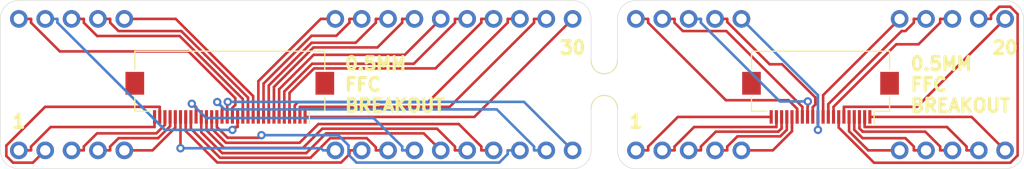
<source format=kicad_pcb>
(kicad_pcb (version 20171130) (host pcbnew 5.1.5+dfsg1-2build2)

  (general
    (thickness 1.6)
    (drawings 26)
    (tracks 303)
    (zones 0)
    (modules 13)
    (nets 51)
  )

  (page A4)
  (layers
    (0 F.Cu signal)
    (31 B.Cu signal)
    (32 B.Adhes user)
    (33 F.Adhes user)
    (34 B.Paste user)
    (35 F.Paste user)
    (36 B.SilkS user)
    (37 F.SilkS user)
    (38 B.Mask user)
    (39 F.Mask user)
    (40 Dwgs.User user)
    (41 Cmts.User user)
    (42 Eco1.User user)
    (43 Eco2.User user)
    (44 Edge.Cuts user)
    (45 Margin user)
    (46 B.CrtYd user)
    (47 F.CrtYd user)
    (48 B.Fab user)
    (49 F.Fab user)
  )

  (setup
    (last_trace_width 0.25)
    (user_trace_width 0.2)
    (trace_clearance 0.2)
    (zone_clearance 0.508)
    (zone_45_only no)
    (trace_min 0.2)
    (via_size 0.8)
    (via_drill 0.4)
    (via_min_size 0.3)
    (via_min_drill 0.3)
    (uvia_size 0.3)
    (uvia_drill 0.1)
    (uvias_allowed no)
    (uvia_min_size 0.2)
    (uvia_min_drill 0.1)
    (edge_width 0.05)
    (segment_width 0.2)
    (pcb_text_width 0.3)
    (pcb_text_size 1.5 1.5)
    (mod_edge_width 0.12)
    (mod_text_size 1 1)
    (mod_text_width 0.15)
    (pad_size 1.8 2.2)
    (pad_drill 0)
    (pad_to_mask_clearance 0.051)
    (solder_mask_min_width 0.25)
    (aux_axis_origin 0 0)
    (visible_elements FFFFFF7F)
    (pcbplotparams
      (layerselection 0x010fc_ffffffff)
      (usegerberextensions false)
      (usegerberattributes false)
      (usegerberadvancedattributes false)
      (creategerberjobfile false)
      (excludeedgelayer true)
      (linewidth 0.100000)
      (plotframeref false)
      (viasonmask false)
      (mode 1)
      (useauxorigin false)
      (hpglpennumber 1)
      (hpglpenspeed 20)
      (hpglpendiameter 15.000000)
      (psnegative false)
      (psa4output false)
      (plotreference true)
      (plotvalue true)
      (plotinvisibletext false)
      (padsonsilk false)
      (subtractmaskfromsilk false)
      (outputformat 1)
      (mirror false)
      (drillshape 0)
      (scaleselection 1)
      (outputdirectory "plot/"))
  )

  (net 0 "")
  (net 1 "Net-(J1-Pad15)")
  (net 2 "Net-(J1-Pad14)")
  (net 3 "Net-(J1-Pad13)")
  (net 4 "Net-(J1-Pad12)")
  (net 5 "Net-(J1-Pad11)")
  (net 6 "Net-(J1-Pad10)")
  (net 7 "Net-(J1-Pad9)")
  (net 8 "Net-(J1-Pad8)")
  (net 9 "Net-(J1-Pad7)")
  (net 10 "Net-(J1-Pad6)")
  (net 11 "Net-(J1-Pad5)")
  (net 12 "Net-(J1-Pad4)")
  (net 13 "Net-(J1-Pad3)")
  (net 14 "Net-(J1-Pad2)")
  (net 15 "Net-(J1-Pad1)")
  (net 16 "Net-(J1-Pad30)")
  (net 17 "Net-(J1-Pad29)")
  (net 18 "Net-(J1-Pad28)")
  (net 19 "Net-(J1-Pad27)")
  (net 20 "Net-(J1-Pad26)")
  (net 21 "Net-(J1-Pad25)")
  (net 22 "Net-(J1-Pad24)")
  (net 23 "Net-(J1-Pad23)")
  (net 24 "Net-(J1-Pad22)")
  (net 25 "Net-(J1-Pad21)")
  (net 26 "Net-(J1-Pad20)")
  (net 27 "Net-(J1-Pad19)")
  (net 28 "Net-(J1-Pad18)")
  (net 29 "Net-(J1-Pad17)")
  (net 30 "Net-(J1-Pad16)")
  (net 31 "Net-(J1P9-Pad5)")
  (net 32 "Net-(J1P9-Pad4)")
  (net 33 "Net-(J1P9-Pad3)")
  (net 34 "Net-(J1P9-Pad2)")
  (net 35 "Net-(J1P9-Pad1)")
  (net 36 "Net-(J1P10-Pad5)")
  (net 37 "Net-(J1P10-Pad4)")
  (net 38 "Net-(J1P10-Pad3)")
  (net 39 "Net-(J1P10-Pad2)")
  (net 40 "Net-(J1P10-Pad1)")
  (net 41 "Net-(J1P8-Pad5)")
  (net 42 "Net-(J1P8-Pad4)")
  (net 43 "Net-(J1P8-Pad3)")
  (net 44 "Net-(J1P8-Pad2)")
  (net 45 "Net-(J1P8-Pad1)")
  (net 46 "Net-(J1P7-Pad5)")
  (net 47 "Net-(J1P7-Pad4)")
  (net 48 "Net-(J1P7-Pad3)")
  (net 49 "Net-(J1P7-Pad2)")
  (net 50 "Net-(J1P7-Pad1)")

  (net_class Default "This is the default net class."
    (clearance 0.2)
    (trace_width 0.25)
    (via_dia 0.8)
    (via_drill 0.4)
    (uvia_dia 0.3)
    (uvia_drill 0.1)
    (add_net "Net-(J1-Pad1)")
    (add_net "Net-(J1-Pad10)")
    (add_net "Net-(J1-Pad11)")
    (add_net "Net-(J1-Pad12)")
    (add_net "Net-(J1-Pad13)")
    (add_net "Net-(J1-Pad14)")
    (add_net "Net-(J1-Pad15)")
    (add_net "Net-(J1-Pad16)")
    (add_net "Net-(J1-Pad17)")
    (add_net "Net-(J1-Pad18)")
    (add_net "Net-(J1-Pad19)")
    (add_net "Net-(J1-Pad2)")
    (add_net "Net-(J1-Pad20)")
    (add_net "Net-(J1-Pad21)")
    (add_net "Net-(J1-Pad22)")
    (add_net "Net-(J1-Pad23)")
    (add_net "Net-(J1-Pad24)")
    (add_net "Net-(J1-Pad25)")
    (add_net "Net-(J1-Pad26)")
    (add_net "Net-(J1-Pad27)")
    (add_net "Net-(J1-Pad28)")
    (add_net "Net-(J1-Pad29)")
    (add_net "Net-(J1-Pad3)")
    (add_net "Net-(J1-Pad30)")
    (add_net "Net-(J1-Pad4)")
    (add_net "Net-(J1-Pad5)")
    (add_net "Net-(J1-Pad6)")
    (add_net "Net-(J1-Pad7)")
    (add_net "Net-(J1-Pad8)")
    (add_net "Net-(J1-Pad9)")
    (add_net "Net-(J1P10-Pad1)")
    (add_net "Net-(J1P10-Pad2)")
    (add_net "Net-(J1P10-Pad3)")
    (add_net "Net-(J1P10-Pad4)")
    (add_net "Net-(J1P10-Pad5)")
    (add_net "Net-(J1P7-Pad1)")
    (add_net "Net-(J1P7-Pad2)")
    (add_net "Net-(J1P7-Pad3)")
    (add_net "Net-(J1P7-Pad4)")
    (add_net "Net-(J1P7-Pad5)")
    (add_net "Net-(J1P8-Pad1)")
    (add_net "Net-(J1P8-Pad2)")
    (add_net "Net-(J1P8-Pad3)")
    (add_net "Net-(J1P8-Pad4)")
    (add_net "Net-(J1P8-Pad5)")
    (add_net "Net-(J1P9-Pad1)")
    (add_net "Net-(J1P9-Pad2)")
    (add_net "Net-(J1P9-Pad3)")
    (add_net "Net-(J1P9-Pad4)")
    (add_net "Net-(J1P9-Pad5)")
  )

  (module custom_symbols:mouse-bite-2.54mm-slot (layer F.Cu) (tedit 551DB929) (tstamp 5F3D0BDD)
    (at 140.97 81.026 90)
    (fp_text reference mouse-bite-2.54mm-slot (at 0 -2 90) (layer F.SilkS) hide
      (effects (font (size 1 1) (thickness 0.2)))
    )
    (fp_text value VAL** (at 0 2.1 90) (layer F.SilkS) hide
      (effects (font (size 1 1) (thickness 0.2)))
    )
    (fp_arc (start -2.33 0) (end -2.33 1.27) (angle -180) (layer F.SilkS) (width 0.1))
    (fp_circle (center -2.33 0) (end -2.27 0) (layer Dwgs.User) (width 0.05))
    (fp_circle (center 2.33 0) (end 2.33 -0.06) (layer Dwgs.User) (width 0.05))
    (fp_arc (start 2.33 0) (end 2.33 1.27) (angle 180) (layer F.SilkS) (width 0.1))
    (fp_line (start 2.33 0) (end 2.33 0) (layer Eco1.User) (width 2.54))
    (fp_line (start -2.33 0) (end -2.33 0) (layer Eco1.User) (width 2.54))
    (pad "" np_thru_hole circle (at 0.8 1.1 90) (size 0.5 0.5) (drill 0.5) (layers *.Cu *.Mask))
    (pad "" np_thru_hole circle (at -0.8 1.1 90) (size 0.5 0.5) (drill 0.5) (layers *.Cu *.Mask))
    (pad "" np_thru_hole circle (at -0.8 -1.1 90) (size 0.5 0.5) (drill 0.5) (layers *.Cu *.Mask))
    (pad "" np_thru_hole circle (at 0.8 -1.1 90) (size 0.5 0.5) (drill 0.5) (layers *.Cu *.Mask))
    (pad "" np_thru_hole circle (at 0 1.1 90) (size 0.5 0.5) (drill 0.5) (layers *.Cu *.Mask))
    (pad "" np_thru_hole circle (at 0 -1.1 90) (size 0.5 0.5) (drill 0.5) (layers *.Cu *.Mask))
  )

  (module custom_symbols:PinHeader_1x05_P2.54mm_Vertical_Simple (layer F.Cu) (tedit 5EC67689) (tstamp 5EC66E2C)
    (at 154.178 74.676 270)
    (descr "Through hole straight pin header, 1x05, 2.54mm pitch, single row")
    (tags "Through hole pin header THT 1x05 2.54mm single row")
    (path /5ECA16B9)
    (fp_text reference J1P10 (at 2.794 0.508) (layer F.SilkS) hide
      (effects (font (size 1 1) (thickness 0.15)))
    )
    (fp_text value P11-15 (at 0 12.49 90) (layer F.Fab) hide
      (effects (font (size 1 1) (thickness 0.15)))
    )
    (fp_text user %R (at 0 5.08) (layer F.Fab) hide
      (effects (font (size 1 1) (thickness 0.15)))
    )
    (fp_line (start 1.8 -1.8) (end -1.8 -1.8) (layer F.CrtYd) (width 0.05))
    (fp_line (start 1.8 11.95) (end 1.8 -1.8) (layer F.CrtYd) (width 0.05))
    (fp_line (start -1.8 11.95) (end 1.8 11.95) (layer F.CrtYd) (width 0.05))
    (fp_line (start -1.8 -1.8) (end -1.8 11.95) (layer F.CrtYd) (width 0.05))
    (pad 5 thru_hole oval (at 0 10.16 270) (size 1.7 1.7) (drill 1) (layers *.Cu *.Mask)
      (net 36 "Net-(J1P10-Pad5)"))
    (pad 4 thru_hole oval (at 0 7.62 270) (size 1.7 1.7) (drill 1) (layers *.Cu *.Mask)
      (net 37 "Net-(J1P10-Pad4)"))
    (pad 3 thru_hole oval (at 0 5.08 270) (size 1.7 1.7) (drill 1) (layers *.Cu *.Mask)
      (net 38 "Net-(J1P10-Pad3)"))
    (pad 2 thru_hole oval (at 0 2.54 270) (size 1.7 1.7) (drill 1) (layers *.Cu *.Mask)
      (net 39 "Net-(J1P10-Pad2)"))
    (pad 1 thru_hole circle (at 0 0 270) (size 1.7 1.7) (drill 1) (layers *.Cu *.Mask)
      (net 40 "Net-(J1P10-Pad1)"))
  )

  (module custom_symbols:PinHeader_1x05_P2.54mm_Vertical_Simple (layer F.Cu) (tedit 5EC67689) (tstamp 5EC696A9)
    (at 154.178 87.376 270)
    (descr "Through hole straight pin header, 1x05, 2.54mm pitch, single row")
    (tags "Through hole pin header THT 1x05 2.54mm single row")
    (path /5ECA16BF)
    (fp_text reference J1P9 (at 2.794 0.508) (layer F.SilkS) hide
      (effects (font (size 1 1) (thickness 0.15)))
    )
    (fp_text value P16-20 (at 0 12.49 90) (layer F.Fab) hide
      (effects (font (size 1 1) (thickness 0.15)))
    )
    (fp_text user %R (at 0 5.08) (layer F.Fab) hide
      (effects (font (size 1 1) (thickness 0.15)))
    )
    (fp_line (start 1.8 -1.8) (end -1.8 -1.8) (layer F.CrtYd) (width 0.05))
    (fp_line (start 1.8 11.95) (end 1.8 -1.8) (layer F.CrtYd) (width 0.05))
    (fp_line (start -1.8 11.95) (end 1.8 11.95) (layer F.CrtYd) (width 0.05))
    (fp_line (start -1.8 -1.8) (end -1.8 11.95) (layer F.CrtYd) (width 0.05))
    (pad 5 thru_hole oval (at 0 10.16 270) (size 1.7 1.7) (drill 1) (layers *.Cu *.Mask)
      (net 31 "Net-(J1P9-Pad5)"))
    (pad 4 thru_hole oval (at 0 7.62 270) (size 1.7 1.7) (drill 1) (layers *.Cu *.Mask)
      (net 32 "Net-(J1P9-Pad4)"))
    (pad 3 thru_hole oval (at 0 5.08 270) (size 1.7 1.7) (drill 1) (layers *.Cu *.Mask)
      (net 33 "Net-(J1P9-Pad3)"))
    (pad 2 thru_hole oval (at 0 2.54 270) (size 1.7 1.7) (drill 1) (layers *.Cu *.Mask)
      (net 34 "Net-(J1P9-Pad2)"))
    (pad 1 thru_hole circle (at 0 0 270) (size 1.7 1.7) (drill 1) (layers *.Cu *.Mask)
      (net 35 "Net-(J1P9-Pad1)"))
  )

  (module custom_symbols:PinHeader_1x05_P2.54mm_Vertical_Simple (layer F.Cu) (tedit 5EC67689) (tstamp 5EC66DE6)
    (at 179.578 74.676 270)
    (descr "Through hole straight pin header, 1x05, 2.54mm pitch, single row")
    (tags "Through hole pin header THT 1x05 2.54mm single row")
    (path /5EC9B34B)
    (fp_text reference J1P8 (at 2.794 0.508) (layer F.SilkS) hide
      (effects (font (size 1 1) (thickness 0.15)))
    )
    (fp_text value P6-10 (at 0 12.49 90) (layer F.Fab) hide
      (effects (font (size 1 1) (thickness 0.15)))
    )
    (fp_text user %R (at 0 5.08) (layer F.Fab) hide
      (effects (font (size 1 1) (thickness 0.15)))
    )
    (fp_line (start 1.8 -1.8) (end -1.8 -1.8) (layer F.CrtYd) (width 0.05))
    (fp_line (start 1.8 11.95) (end 1.8 -1.8) (layer F.CrtYd) (width 0.05))
    (fp_line (start -1.8 11.95) (end 1.8 11.95) (layer F.CrtYd) (width 0.05))
    (fp_line (start -1.8 -1.8) (end -1.8 11.95) (layer F.CrtYd) (width 0.05))
    (pad 5 thru_hole oval (at 0 10.16 270) (size 1.7 1.7) (drill 1) (layers *.Cu *.Mask)
      (net 41 "Net-(J1P8-Pad5)"))
    (pad 4 thru_hole oval (at 0 7.62 270) (size 1.7 1.7) (drill 1) (layers *.Cu *.Mask)
      (net 42 "Net-(J1P8-Pad4)"))
    (pad 3 thru_hole oval (at 0 5.08 270) (size 1.7 1.7) (drill 1) (layers *.Cu *.Mask)
      (net 43 "Net-(J1P8-Pad3)"))
    (pad 2 thru_hole oval (at 0 2.54 270) (size 1.7 1.7) (drill 1) (layers *.Cu *.Mask)
      (net 44 "Net-(J1P8-Pad2)"))
    (pad 1 thru_hole circle (at 0 0 270) (size 1.7 1.7) (drill 1) (layers *.Cu *.Mask)
      (net 45 "Net-(J1P8-Pad1)"))
  )

  (module custom_symbols:PinHeader_1x05_P2.54mm_Vertical_Simple (layer F.Cu) (tedit 5EC67689) (tstamp 5EC695D1)
    (at 179.578 87.376 270)
    (descr "Through hole straight pin header, 1x05, 2.54mm pitch, single row")
    (tags "Through hole pin header THT 1x05 2.54mm single row")
    (path /5EC9B345)
    (fp_text reference J1P7 (at 2.794 0.508) (layer F.SilkS) hide
      (effects (font (size 1 1) (thickness 0.15)))
    )
    (fp_text value P1-5 (at 0 12.49 90) (layer F.Fab) hide
      (effects (font (size 1 1) (thickness 0.15)))
    )
    (fp_text user %R (at 0 5.08) (layer F.Fab) hide
      (effects (font (size 1 1) (thickness 0.15)))
    )
    (fp_line (start 1.8 -1.8) (end -1.8 -1.8) (layer F.CrtYd) (width 0.05))
    (fp_line (start 1.8 11.95) (end 1.8 -1.8) (layer F.CrtYd) (width 0.05))
    (fp_line (start -1.8 11.95) (end 1.8 11.95) (layer F.CrtYd) (width 0.05))
    (fp_line (start -1.8 -1.8) (end -1.8 11.95) (layer F.CrtYd) (width 0.05))
    (pad 5 thru_hole oval (at 0 10.16 270) (size 1.7 1.7) (drill 1) (layers *.Cu *.Mask)
      (net 46 "Net-(J1P7-Pad5)"))
    (pad 4 thru_hole oval (at 0 7.62 270) (size 1.7 1.7) (drill 1) (layers *.Cu *.Mask)
      (net 47 "Net-(J1P7-Pad4)"))
    (pad 3 thru_hole oval (at 0 5.08 270) (size 1.7 1.7) (drill 1) (layers *.Cu *.Mask)
      (net 48 "Net-(J1P7-Pad3)"))
    (pad 2 thru_hole oval (at 0 2.54 270) (size 1.7 1.7) (drill 1) (layers *.Cu *.Mask)
      (net 49 "Net-(J1P7-Pad2)"))
    (pad 1 thru_hole circle (at 0 0 270) (size 1.7 1.7) (drill 1) (layers *.Cu *.Mask)
      (net 50 "Net-(J1P7-Pad1)"))
  )

  (module custom_symbols:PinHeader_1x05_P2.54mm_Vertical_Simple (layer F.Cu) (tedit 5EC67689) (tstamp 5EC69619)
    (at 137.922 87.376 270)
    (descr "Through hole straight pin header, 1x05, 2.54mm pitch, single row")
    (tags "Through hole pin header THT 1x05 2.54mm single row")
    (path /5EC94131)
    (fp_text reference J1P6 (at 2.794 0.508) (layer F.SilkS) hide
      (effects (font (size 1 1) (thickness 0.15)))
    )
    (fp_text value P16-20 (at 0 12.49 90) (layer F.Fab) hide
      (effects (font (size 1 1) (thickness 0.15)))
    )
    (fp_text user %R (at 0 5.08) (layer F.Fab) hide
      (effects (font (size 1 1) (thickness 0.15)))
    )
    (fp_line (start 1.8 -1.8) (end -1.8 -1.8) (layer F.CrtYd) (width 0.05))
    (fp_line (start 1.8 11.95) (end 1.8 -1.8) (layer F.CrtYd) (width 0.05))
    (fp_line (start -1.8 11.95) (end 1.8 11.95) (layer F.CrtYd) (width 0.05))
    (fp_line (start -1.8 -1.8) (end -1.8 11.95) (layer F.CrtYd) (width 0.05))
    (pad 5 thru_hole oval (at 0 10.16 270) (size 1.7 1.7) (drill 1) (layers *.Cu *.Mask)
      (net 26 "Net-(J1-Pad20)"))
    (pad 4 thru_hole oval (at 0 7.62 270) (size 1.7 1.7) (drill 1) (layers *.Cu *.Mask)
      (net 27 "Net-(J1-Pad19)"))
    (pad 3 thru_hole oval (at 0 5.08 270) (size 1.7 1.7) (drill 1) (layers *.Cu *.Mask)
      (net 28 "Net-(J1-Pad18)"))
    (pad 2 thru_hole oval (at 0 2.54 270) (size 1.7 1.7) (drill 1) (layers *.Cu *.Mask)
      (net 29 "Net-(J1-Pad17)"))
    (pad 1 thru_hole circle (at 0 0 270) (size 1.7 1.7) (drill 1) (layers *.Cu *.Mask)
      (net 30 "Net-(J1-Pad16)"))
  )

  (module custom_symbols:PinHeader_1x05_P2.54mm_Vertical_Simple (layer F.Cu) (tedit 5EC67689) (tstamp 5EC69661)
    (at 125.222 87.376 270)
    (descr "Through hole straight pin header, 1x05, 2.54mm pitch, single row")
    (tags "Through hole pin header THT 1x05 2.54mm single row")
    (path /5EC94137)
    (fp_text reference J1P5 (at 2.794 0.508) (layer F.SilkS) hide
      (effects (font (size 1 1) (thickness 0.15)))
    )
    (fp_text value P21-25 (at 0 12.49 90) (layer F.Fab) hide
      (effects (font (size 1 1) (thickness 0.15)))
    )
    (fp_text user %R (at 0 5.08) (layer F.Fab) hide
      (effects (font (size 1 1) (thickness 0.15)))
    )
    (fp_line (start 1.8 -1.8) (end -1.8 -1.8) (layer F.CrtYd) (width 0.05))
    (fp_line (start 1.8 11.95) (end 1.8 -1.8) (layer F.CrtYd) (width 0.05))
    (fp_line (start -1.8 11.95) (end 1.8 11.95) (layer F.CrtYd) (width 0.05))
    (fp_line (start -1.8 -1.8) (end -1.8 11.95) (layer F.CrtYd) (width 0.05))
    (pad 5 thru_hole oval (at 0 10.16 270) (size 1.7 1.7) (drill 1) (layers *.Cu *.Mask)
      (net 21 "Net-(J1-Pad25)"))
    (pad 4 thru_hole oval (at 0 7.62 270) (size 1.7 1.7) (drill 1) (layers *.Cu *.Mask)
      (net 22 "Net-(J1-Pad24)"))
    (pad 3 thru_hole oval (at 0 5.08 270) (size 1.7 1.7) (drill 1) (layers *.Cu *.Mask)
      (net 23 "Net-(J1-Pad23)"))
    (pad 2 thru_hole oval (at 0 2.54 270) (size 1.7 1.7) (drill 1) (layers *.Cu *.Mask)
      (net 24 "Net-(J1-Pad22)"))
    (pad 1 thru_hole circle (at 0 0 270) (size 1.7 1.7) (drill 1) (layers *.Cu *.Mask)
      (net 25 "Net-(J1-Pad21)"))
  )

  (module custom_symbols:PinHeader_1x05_P2.54mm_Vertical_Simple (layer F.Cu) (tedit 5EC67689) (tstamp 5EC66D5A)
    (at 94.742 87.376 270)
    (descr "Through hole straight pin header, 1x05, 2.54mm pitch, single row")
    (tags "Through hole pin header THT 1x05 2.54mm single row")
    (path /5EC9413D)
    (fp_text reference J1P4 (at 2.794 0.508) (layer F.SilkS) hide
      (effects (font (size 1 1) (thickness 0.15)))
    )
    (fp_text value P21-30 (at 0 12.49 90) (layer F.Fab) hide
      (effects (font (size 1 1) (thickness 0.15)))
    )
    (fp_text user %R (at 0 5.08) (layer F.Fab) hide
      (effects (font (size 1 1) (thickness 0.15)))
    )
    (fp_line (start 1.8 -1.8) (end -1.8 -1.8) (layer F.CrtYd) (width 0.05))
    (fp_line (start 1.8 11.95) (end 1.8 -1.8) (layer F.CrtYd) (width 0.05))
    (fp_line (start -1.8 11.95) (end 1.8 11.95) (layer F.CrtYd) (width 0.05))
    (fp_line (start -1.8 -1.8) (end -1.8 11.95) (layer F.CrtYd) (width 0.05))
    (pad 5 thru_hole oval (at 0 10.16 270) (size 1.7 1.7) (drill 1) (layers *.Cu *.Mask)
      (net 16 "Net-(J1-Pad30)"))
    (pad 4 thru_hole oval (at 0 7.62 270) (size 1.7 1.7) (drill 1) (layers *.Cu *.Mask)
      (net 17 "Net-(J1-Pad29)"))
    (pad 3 thru_hole oval (at 0 5.08 270) (size 1.7 1.7) (drill 1) (layers *.Cu *.Mask)
      (net 18 "Net-(J1-Pad28)"))
    (pad 2 thru_hole oval (at 0 2.54 270) (size 1.7 1.7) (drill 1) (layers *.Cu *.Mask)
      (net 19 "Net-(J1-Pad27)"))
    (pad 1 thru_hole circle (at 0 0 270) (size 1.7 1.7) (drill 1) (layers *.Cu *.Mask)
      (net 20 "Net-(J1-Pad26)"))
  )

  (module custom_symbols:PinHeader_1x05_P2.54mm_Vertical_Simple (layer F.Cu) (tedit 5EC67689) (tstamp 5EC67B65)
    (at 94.742 74.676 270)
    (descr "Through hole straight pin header, 1x05, 2.54mm pitch, single row")
    (tags "Through hole pin header THT 1x05 2.54mm single row")
    (path /5EC8D57C)
    (fp_text reference J1P3 (at 2.794 0.508) (layer F.SilkS) hide
      (effects (font (size 1 1) (thickness 0.15)))
    )
    (fp_text value P11-15 (at 0 12.49 90) (layer F.Fab) hide
      (effects (font (size 1 1) (thickness 0.15)))
    )
    (fp_text user %R (at 0 5.08) (layer F.Fab) hide
      (effects (font (size 1 1) (thickness 0.15)))
    )
    (fp_line (start 1.8 -1.8) (end -1.8 -1.8) (layer F.CrtYd) (width 0.05))
    (fp_line (start 1.8 11.95) (end 1.8 -1.8) (layer F.CrtYd) (width 0.05))
    (fp_line (start -1.8 11.95) (end 1.8 11.95) (layer F.CrtYd) (width 0.05))
    (fp_line (start -1.8 -1.8) (end -1.8 11.95) (layer F.CrtYd) (width 0.05))
    (pad 5 thru_hole oval (at 0 10.16 270) (size 1.7 1.7) (drill 1) (layers *.Cu *.Mask)
      (net 1 "Net-(J1-Pad15)"))
    (pad 4 thru_hole oval (at 0 7.62 270) (size 1.7 1.7) (drill 1) (layers *.Cu *.Mask)
      (net 2 "Net-(J1-Pad14)"))
    (pad 3 thru_hole oval (at 0 5.08 270) (size 1.7 1.7) (drill 1) (layers *.Cu *.Mask)
      (net 3 "Net-(J1-Pad13)"))
    (pad 2 thru_hole oval (at 0 2.54 270) (size 1.7 1.7) (drill 1) (layers *.Cu *.Mask)
      (net 4 "Net-(J1-Pad12)"))
    (pad 1 thru_hole circle (at 0 0 270) (size 1.7 1.7) (drill 1) (layers *.Cu *.Mask)
      (net 5 "Net-(J1-Pad11)"))
  )

  (module custom_symbols:PinHeader_1x05_P2.54mm_Vertical_Simple (layer F.Cu) (tedit 5EC67689) (tstamp 5EC68BA5)
    (at 125.222 74.676 270)
    (descr "Through hole straight pin header, 1x05, 2.54mm pitch, single row")
    (tags "Through hole pin header THT 1x05 2.54mm single row")
    (path /5EC8CD34)
    (fp_text reference J1P2 (at 2.794 0.508) (layer F.SilkS) hide
      (effects (font (size 1 1) (thickness 0.15)))
    )
    (fp_text value P6-10 (at 0 12.49 90) (layer F.Fab) hide
      (effects (font (size 1 1) (thickness 0.15)))
    )
    (fp_text user %R (at 0 5.08) (layer F.Fab) hide
      (effects (font (size 1 1) (thickness 0.15)))
    )
    (fp_line (start 1.8 -1.8) (end -1.8 -1.8) (layer F.CrtYd) (width 0.05))
    (fp_line (start 1.8 11.95) (end 1.8 -1.8) (layer F.CrtYd) (width 0.05))
    (fp_line (start -1.8 11.95) (end 1.8 11.95) (layer F.CrtYd) (width 0.05))
    (fp_line (start -1.8 -1.8) (end -1.8 11.95) (layer F.CrtYd) (width 0.05))
    (pad 5 thru_hole oval (at 0 10.16 270) (size 1.7 1.7) (drill 1) (layers *.Cu *.Mask)
      (net 6 "Net-(J1-Pad10)"))
    (pad 4 thru_hole oval (at 0 7.62 270) (size 1.7 1.7) (drill 1) (layers *.Cu *.Mask)
      (net 7 "Net-(J1-Pad9)"))
    (pad 3 thru_hole oval (at 0 5.08 270) (size 1.7 1.7) (drill 1) (layers *.Cu *.Mask)
      (net 8 "Net-(J1-Pad8)"))
    (pad 2 thru_hole oval (at 0 2.54 270) (size 1.7 1.7) (drill 1) (layers *.Cu *.Mask)
      (net 9 "Net-(J1-Pad7)"))
    (pad 1 thru_hole circle (at 0 0 270) (size 1.7 1.7) (drill 1) (layers *.Cu *.Mask)
      (net 10 "Net-(J1-Pad6)"))
  )

  (module custom_symbols:PinHeader_1x05_P2.54mm_Vertical_Simple (layer F.Cu) (tedit 5EC67689) (tstamp 5EC65839)
    (at 137.922 74.676 270)
    (descr "Through hole straight pin header, 1x05, 2.54mm pitch, single row")
    (tags "Through hole pin header THT 1x05 2.54mm single row")
    (path /5EC714E0)
    (fp_text reference J1P1 (at 2.794 0.508) (layer F.SilkS) hide
      (effects (font (size 1 1) (thickness 0.15)))
    )
    (fp_text value P1-5 (at 0 12.49 90) (layer F.Fab) hide
      (effects (font (size 1 1) (thickness 0.15)))
    )
    (fp_text user %R (at 0 5.08) (layer F.Fab) hide
      (effects (font (size 1 1) (thickness 0.15)))
    )
    (fp_line (start 1.8 -1.8) (end -1.8 -1.8) (layer F.CrtYd) (width 0.05))
    (fp_line (start 1.8 11.95) (end 1.8 -1.8) (layer F.CrtYd) (width 0.05))
    (fp_line (start -1.8 11.95) (end 1.8 11.95) (layer F.CrtYd) (width 0.05))
    (fp_line (start -1.8 -1.8) (end -1.8 11.95) (layer F.CrtYd) (width 0.05))
    (pad 5 thru_hole oval (at 0 10.16 270) (size 1.7 1.7) (drill 1) (layers *.Cu *.Mask)
      (net 11 "Net-(J1-Pad5)"))
    (pad 4 thru_hole oval (at 0 7.62 270) (size 1.7 1.7) (drill 1) (layers *.Cu *.Mask)
      (net 12 "Net-(J1-Pad4)"))
    (pad 3 thru_hole oval (at 0 5.08 270) (size 1.7 1.7) (drill 1) (layers *.Cu *.Mask)
      (net 13 "Net-(J1-Pad3)"))
    (pad 2 thru_hole oval (at 0 2.54 270) (size 1.7 1.7) (drill 1) (layers *.Cu *.Mask)
      (net 14 "Net-(J1-Pad2)"))
    (pad 1 thru_hole circle (at 0 0 270) (size 1.7 1.7) (drill 1) (layers *.Cu *.Mask)
      (net 15 "Net-(J1-Pad1)"))
  )

  (module Connector_FFC-FPC:Hirose_FH12-20S-0.5SH_1x20-1MP_P0.50mm_Horizontal (layer F.Cu) (tedit 5EB55E4B) (tstamp 5EC66916)
    (at 161.798 82.296 180)
    (descr "Hirose FH12, FFC/FPC connector, FH12-20S-0.5SH, 20 Pins per row (https://www.hirose.com/product/en/products/FH12/FH12-24S-0.5SH(55)/), generated with kicad-footprint-generator")
    (tags "connector Hirose FH12 horizontal")
    (path /5EB8DD98)
    (attr smd)
    (fp_text reference J2 (at 0 -3.7) (layer F.SilkS) hide
      (effects (font (size 1 1) (thickness 0.15)))
    )
    (fp_text value Display_Connector (at 0 3.556) (layer F.SilkS) hide
      (effects (font (size 1 1) (thickness 0.15)))
    )
    (fp_text user %R (at 0 3.7) (layer F.SilkS) hide
      (effects (font (size 1 1) (thickness 0.15)))
    )
    (fp_line (start 8.05 -3) (end -8.05 -3) (layer F.CrtYd) (width 0.05))
    (fp_line (start 8.05 4.9) (end 8.05 -3) (layer F.CrtYd) (width 0.05))
    (fp_line (start -8.05 4.9) (end 8.05 4.9) (layer F.CrtYd) (width 0.05))
    (fp_line (start -8.05 -3) (end -8.05 4.9) (layer F.CrtYd) (width 0.05))
    (fp_line (start -4.75 -0.492893) (end -4.25 -1.2) (layer F.Fab) (width 0.1))
    (fp_line (start -5.25 -1.2) (end -4.75 -0.492893) (layer F.Fab) (width 0.1))
    (fp_line (start -5.16 -1.3) (end -5.16 -2.5) (layer F.SilkS) (width 0.12))
    (fp_line (start 6.65 4.5) (end 6.65 2.76) (layer F.SilkS) (width 0.12))
    (fp_line (start -6.65 4.5) (end 6.65 4.5) (layer F.SilkS) (width 0.12))
    (fp_line (start -6.65 2.76) (end -6.65 4.5) (layer F.SilkS) (width 0.12))
    (fp_line (start 6.65 -1.3) (end 6.65 0.04) (layer F.SilkS) (width 0.12))
    (fp_line (start 5.16 -1.3) (end 6.65 -1.3) (layer F.SilkS) (width 0.12))
    (fp_line (start -6.65 -1.3) (end -6.65 0.04) (layer F.SilkS) (width 0.12))
    (fp_line (start -5.16 -1.3) (end -6.65 -1.3) (layer F.SilkS) (width 0.12))
    (fp_line (start 6.45 4.4) (end 0 4.4) (layer F.Fab) (width 0.1))
    (fp_line (start 6.45 3.7) (end 6.45 4.4) (layer F.Fab) (width 0.1))
    (fp_line (start 5.95 3.7) (end 6.45 3.7) (layer F.Fab) (width 0.1))
    (fp_line (start 5.95 3.4) (end 5.95 3.7) (layer F.Fab) (width 0.1))
    (fp_line (start 6.55 3.4) (end 5.95 3.4) (layer F.Fab) (width 0.1))
    (fp_line (start 6.55 -1.2) (end 6.55 3.4) (layer F.Fab) (width 0.1))
    (fp_line (start 0 -1.2) (end 6.55 -1.2) (layer F.Fab) (width 0.1))
    (fp_line (start -6.45 4.4) (end 0 4.4) (layer F.Fab) (width 0.1))
    (fp_line (start -6.45 3.7) (end -6.45 4.4) (layer F.Fab) (width 0.1))
    (fp_line (start -5.95 3.7) (end -6.45 3.7) (layer F.Fab) (width 0.1))
    (fp_line (start -5.95 3.4) (end -5.95 3.7) (layer F.Fab) (width 0.1))
    (fp_line (start -6.55 3.4) (end -5.95 3.4) (layer F.Fab) (width 0.1))
    (fp_line (start -6.55 -1.2) (end -6.55 3.4) (layer F.Fab) (width 0.1))
    (fp_line (start 0 -1.2) (end -6.55 -1.2) (layer F.Fab) (width 0.1))
    (pad 20 smd rect (at 4.75 -1.85 180) (size 0.3 1.3) (layers F.Cu F.Paste F.Mask)
      (net 31 "Net-(J1P9-Pad5)"))
    (pad 19 smd rect (at 4.25 -1.85 180) (size 0.3 1.3) (layers F.Cu F.Paste F.Mask)
      (net 32 "Net-(J1P9-Pad4)"))
    (pad 18 smd rect (at 3.75 -1.85 180) (size 0.3 1.3) (layers F.Cu F.Paste F.Mask)
      (net 33 "Net-(J1P9-Pad3)"))
    (pad 17 smd rect (at 3.25 -1.85 180) (size 0.3 1.3) (layers F.Cu F.Paste F.Mask)
      (net 34 "Net-(J1P9-Pad2)"))
    (pad 16 smd rect (at 2.75 -1.85 180) (size 0.3 1.3) (layers F.Cu F.Paste F.Mask)
      (net 35 "Net-(J1P9-Pad1)"))
    (pad 15 smd rect (at 2.25 -1.85 180) (size 0.3 1.3) (layers F.Cu F.Paste F.Mask)
      (net 36 "Net-(J1P10-Pad5)"))
    (pad 14 smd rect (at 1.75 -1.85 180) (size 0.3 1.3) (layers F.Cu F.Paste F.Mask)
      (net 37 "Net-(J1P10-Pad4)"))
    (pad 13 smd rect (at 1.25 -1.85 180) (size 0.3 1.3) (layers F.Cu F.Paste F.Mask)
      (net 38 "Net-(J1P10-Pad3)"))
    (pad 12 smd rect (at 0.75 -1.85 180) (size 0.3 1.3) (layers F.Cu F.Paste F.Mask)
      (net 39 "Net-(J1P10-Pad2)"))
    (pad 11 smd rect (at 0.25 -1.85 180) (size 0.3 1.3) (layers F.Cu F.Paste F.Mask)
      (net 40 "Net-(J1P10-Pad1)"))
    (pad 10 smd rect (at -0.25 -1.85 180) (size 0.3 1.3) (layers F.Cu F.Paste F.Mask)
      (net 41 "Net-(J1P8-Pad5)"))
    (pad 9 smd rect (at -0.75 -1.85 180) (size 0.3 1.3) (layers F.Cu F.Paste F.Mask)
      (net 42 "Net-(J1P8-Pad4)"))
    (pad 8 smd rect (at -1.25 -1.85 180) (size 0.3 1.3) (layers F.Cu F.Paste F.Mask)
      (net 43 "Net-(J1P8-Pad3)"))
    (pad 7 smd rect (at -1.75 -1.85 180) (size 0.3 1.3) (layers F.Cu F.Paste F.Mask)
      (net 44 "Net-(J1P8-Pad2)"))
    (pad 6 smd rect (at -2.25 -1.85 180) (size 0.3 1.3) (layers F.Cu F.Paste F.Mask)
      (net 45 "Net-(J1P8-Pad1)"))
    (pad 5 smd rect (at -2.75 -1.85 180) (size 0.3 1.3) (layers F.Cu F.Paste F.Mask)
      (net 46 "Net-(J1P7-Pad5)"))
    (pad 4 smd rect (at -3.25 -1.85 180) (size 0.3 1.3) (layers F.Cu F.Paste F.Mask)
      (net 47 "Net-(J1P7-Pad4)"))
    (pad 3 smd rect (at -3.75 -1.85 180) (size 0.3 1.3) (layers F.Cu F.Paste F.Mask)
      (net 48 "Net-(J1P7-Pad3)"))
    (pad 2 smd rect (at -4.25 -1.85 180) (size 0.3 1.3) (layers F.Cu F.Paste F.Mask)
      (net 49 "Net-(J1P7-Pad2)"))
    (pad 1 smd rect (at -4.75 -1.85 180) (size 0.3 1.3) (layers F.Cu F.Paste F.Mask)
      (net 50 "Net-(J1P7-Pad1)"))
    (pad MP smd rect (at -6.65 1.4 180) (size 1.8 2.2) (layers F.Cu F.Paste F.Mask))
    (pad MP smd rect (at 6.65 1.4 180) (size 1.8 2.2) (layers F.Cu F.Paste F.Mask))
    (model ${KISYS3DMOD}/Connector_FFC-FPC.3dshapes/Hirose_FH12-20S-0.5SH_1x20-1MP_P0.50mm_Horizontal.wrl
      (at (xyz 0 0 0))
      (scale (xyz 1 1 1))
      (rotate (xyz 0 0 0))
    )
  )

  (module Connector_FFC-FPC:Hirose_FH12-30S-0.5SH_1x30-1MP_P0.50mm_Horizontal (layer F.Cu) (tedit 5D24667B) (tstamp 5EBA90AC)
    (at 104.902 82.296 180)
    (descr "Hirose FH12, FFC/FPC connector, FH12-30S-0.5SH, 30 Pins per row (https://www.hirose.com/product/en/products/FH12/FH12-24S-0.5SH(55)/), generated with kicad-footprint-generator")
    (tags "connector Hirose FH12 horizontal")
    (path /5EB5BB1D)
    (attr smd)
    (fp_text reference J1 (at 0 -3.7) (layer F.SilkS) hide
      (effects (font (size 1 1) (thickness 0.15)))
    )
    (fp_text value Controls_Connector (at 0 5.6) (layer F.SilkS) hide
      (effects (font (size 1 1) (thickness 0.15)))
    )
    (fp_text user %R (at 0 3.7) (layer F.SilkS) hide
      (effects (font (size 1 1) (thickness 0.15)))
    )
    (fp_line (start 10.55 -3) (end -10.55 -3) (layer F.CrtYd) (width 0.05))
    (fp_line (start 10.55 4.9) (end 10.55 -3) (layer F.CrtYd) (width 0.05))
    (fp_line (start -10.55 4.9) (end 10.55 4.9) (layer F.CrtYd) (width 0.05))
    (fp_line (start -10.55 -3) (end -10.55 4.9) (layer F.CrtYd) (width 0.05))
    (fp_line (start -7.25 -0.492893) (end -6.75 -1.2) (layer F.Fab) (width 0.1))
    (fp_line (start -7.75 -1.2) (end -7.25 -0.492893) (layer F.Fab) (width 0.1))
    (fp_line (start -7.66 -1.3) (end -7.66 -2.5) (layer F.SilkS) (width 0.12))
    (fp_line (start 9.15 4.5) (end 9.15 2.76) (layer F.SilkS) (width 0.12))
    (fp_line (start -9.15 4.5) (end 9.15 4.5) (layer F.SilkS) (width 0.12))
    (fp_line (start -9.15 2.76) (end -9.15 4.5) (layer F.SilkS) (width 0.12))
    (fp_line (start 9.15 -1.3) (end 9.15 0.04) (layer F.SilkS) (width 0.12))
    (fp_line (start 7.66 -1.3) (end 9.15 -1.3) (layer F.SilkS) (width 0.12))
    (fp_line (start -9.15 -1.3) (end -9.15 0.04) (layer F.SilkS) (width 0.12))
    (fp_line (start -7.66 -1.3) (end -9.15 -1.3) (layer F.SilkS) (width 0.12))
    (fp_line (start 8.95 4.4) (end 0 4.4) (layer F.Fab) (width 0.1))
    (fp_line (start 8.95 3.7) (end 8.95 4.4) (layer F.Fab) (width 0.1))
    (fp_line (start 8.45 3.7) (end 8.95 3.7) (layer F.Fab) (width 0.1))
    (fp_line (start 8.45 3.4) (end 8.45 3.7) (layer F.Fab) (width 0.1))
    (fp_line (start 9.05 3.4) (end 8.45 3.4) (layer F.Fab) (width 0.1))
    (fp_line (start 9.05 -1.2) (end 9.05 3.4) (layer F.Fab) (width 0.1))
    (fp_line (start 0 -1.2) (end 9.05 -1.2) (layer F.Fab) (width 0.1))
    (fp_line (start -8.95 4.4) (end 0 4.4) (layer F.Fab) (width 0.1))
    (fp_line (start -8.95 3.7) (end -8.95 4.4) (layer F.Fab) (width 0.1))
    (fp_line (start -8.45 3.7) (end -8.95 3.7) (layer F.Fab) (width 0.1))
    (fp_line (start -8.45 3.4) (end -8.45 3.7) (layer F.Fab) (width 0.1))
    (fp_line (start -9.05 3.4) (end -8.45 3.4) (layer F.Fab) (width 0.1))
    (fp_line (start -9.05 -1.2) (end -9.05 3.4) (layer F.Fab) (width 0.1))
    (fp_line (start 0 -1.2) (end -9.05 -1.2) (layer F.Fab) (width 0.1))
    (pad 30 smd rect (at 7.25 -1.85 180) (size 0.3 1.3) (layers F.Cu F.Paste F.Mask)
      (net 16 "Net-(J1-Pad30)"))
    (pad 29 smd rect (at 6.75 -1.85 180) (size 0.3 1.3) (layers F.Cu F.Paste F.Mask)
      (net 17 "Net-(J1-Pad29)"))
    (pad 28 smd rect (at 6.25 -1.85 180) (size 0.3 1.3) (layers F.Cu F.Paste F.Mask)
      (net 18 "Net-(J1-Pad28)"))
    (pad 27 smd rect (at 5.75 -1.85 180) (size 0.3 1.3) (layers F.Cu F.Paste F.Mask)
      (net 19 "Net-(J1-Pad27)"))
    (pad 26 smd rect (at 5.25 -1.85 180) (size 0.3 1.3) (layers F.Cu F.Paste F.Mask)
      (net 20 "Net-(J1-Pad26)"))
    (pad 25 smd rect (at 4.75 -1.85 180) (size 0.3 1.3) (layers F.Cu F.Paste F.Mask)
      (net 21 "Net-(J1-Pad25)"))
    (pad 24 smd rect (at 4.25 -1.85 180) (size 0.3 1.3) (layers F.Cu F.Paste F.Mask)
      (net 22 "Net-(J1-Pad24)"))
    (pad 23 smd rect (at 3.75 -1.85 180) (size 0.3 1.3) (layers F.Cu F.Paste F.Mask)
      (net 23 "Net-(J1-Pad23)"))
    (pad 22 smd rect (at 3.25 -1.85 180) (size 0.3 1.3) (layers F.Cu F.Paste F.Mask)
      (net 24 "Net-(J1-Pad22)"))
    (pad 21 smd rect (at 2.75 -1.85 180) (size 0.3 1.3) (layers F.Cu F.Paste F.Mask)
      (net 25 "Net-(J1-Pad21)"))
    (pad 20 smd rect (at 2.25 -1.85 180) (size 0.3 1.3) (layers F.Cu F.Paste F.Mask)
      (net 26 "Net-(J1-Pad20)"))
    (pad 19 smd rect (at 1.75 -1.85 180) (size 0.3 1.3) (layers F.Cu F.Paste F.Mask)
      (net 27 "Net-(J1-Pad19)"))
    (pad 18 smd rect (at 1.25 -1.85 180) (size 0.3 1.3) (layers F.Cu F.Paste F.Mask)
      (net 28 "Net-(J1-Pad18)"))
    (pad 17 smd rect (at 0.75 -1.85 180) (size 0.3 1.3) (layers F.Cu F.Paste F.Mask)
      (net 29 "Net-(J1-Pad17)"))
    (pad 16 smd rect (at 0.25 -1.85 180) (size 0.3 1.3) (layers F.Cu F.Paste F.Mask)
      (net 30 "Net-(J1-Pad16)"))
    (pad 15 smd rect (at -0.25 -1.85 180) (size 0.3 1.3) (layers F.Cu F.Paste F.Mask)
      (net 1 "Net-(J1-Pad15)"))
    (pad 14 smd rect (at -0.75 -1.85 180) (size 0.3 1.3) (layers F.Cu F.Paste F.Mask)
      (net 2 "Net-(J1-Pad14)"))
    (pad 13 smd rect (at -1.25 -1.85 180) (size 0.3 1.3) (layers F.Cu F.Paste F.Mask)
      (net 3 "Net-(J1-Pad13)"))
    (pad 12 smd rect (at -1.75 -1.85 180) (size 0.3 1.3) (layers F.Cu F.Paste F.Mask)
      (net 4 "Net-(J1-Pad12)"))
    (pad 11 smd rect (at -2.25 -1.85 180) (size 0.3 1.3) (layers F.Cu F.Paste F.Mask)
      (net 5 "Net-(J1-Pad11)"))
    (pad 10 smd rect (at -2.75 -1.85 180) (size 0.3 1.3) (layers F.Cu F.Paste F.Mask)
      (net 6 "Net-(J1-Pad10)"))
    (pad 9 smd rect (at -3.25 -1.85 180) (size 0.3 1.3) (layers F.Cu F.Paste F.Mask)
      (net 7 "Net-(J1-Pad9)"))
    (pad 8 smd rect (at -3.75 -1.85 180) (size 0.3 1.3) (layers F.Cu F.Paste F.Mask)
      (net 8 "Net-(J1-Pad8)"))
    (pad 7 smd rect (at -4.25 -1.85 180) (size 0.3 1.3) (layers F.Cu F.Paste F.Mask)
      (net 9 "Net-(J1-Pad7)"))
    (pad 6 smd rect (at -4.75 -1.85 180) (size 0.3 1.3) (layers F.Cu F.Paste F.Mask)
      (net 10 "Net-(J1-Pad6)"))
    (pad 5 smd rect (at -5.25 -1.85 180) (size 0.3 1.3) (layers F.Cu F.Paste F.Mask)
      (net 11 "Net-(J1-Pad5)"))
    (pad 4 smd rect (at -5.75 -1.85 180) (size 0.3 1.3) (layers F.Cu F.Paste F.Mask)
      (net 12 "Net-(J1-Pad4)"))
    (pad 3 smd rect (at -6.25 -1.85 180) (size 0.3 1.3) (layers F.Cu F.Paste F.Mask)
      (net 13 "Net-(J1-Pad3)"))
    (pad 2 smd rect (at -6.75 -1.85 180) (size 0.3 1.3) (layers F.Cu F.Paste F.Mask)
      (net 14 "Net-(J1-Pad2)"))
    (pad 1 smd rect (at -7.25 -1.85 180) (size 0.3 1.3) (layers F.Cu F.Paste F.Mask)
      (net 15 "Net-(J1-Pad1)"))
    (pad MP smd rect (at -9.15 1.4 180) (size 1.8 2.2) (layers F.Cu F.Paste F.Mask))
    (pad MP smd rect (at 9.15 1.4 180) (size 1.8 2.2) (layers F.Cu F.Paste F.Mask))
    (model ${KISYS3DMOD}/Connector_FFC-FPC.3dshapes/Hirose_FH12-30S-0.5SH_1x30-1MP_P0.50mm_Horizontal.wrl
      (at (xyz 0 0 0))
      (scale (xyz 1 1 1))
      (rotate (xyz 0 0 0))
    )
  )

  (gr_arc (start 140.97 78.724) (end 139.7 78.724) (angle -180) (layer Edge.Cuts) (width 0.05) (tstamp 5F3D0EB4))
  (gr_arc (start 140.97 83.312) (end 142.24 83.312) (angle -180) (layer Edge.Cuts) (width 0.05))
  (gr_line (start 142.24 78.724) (end 142.24 74.676) (layer Edge.Cuts) (width 0.05) (tstamp 5F3D0AD1))
  (gr_line (start 139.7 74.676) (end 139.7 78.724) (layer Edge.Cuts) (width 0.05) (tstamp 5F3D0AD0))
  (gr_line (start 139.7 87.376) (end 139.7 83.312) (layer Edge.Cuts) (width 0.05) (tstamp 5F3D0ACF))
  (gr_line (start 142.24 83.312) (end 142.24 87.376) (layer Edge.Cuts) (width 0.05) (tstamp 5F3D0ACE))
  (gr_line (start 144.018 89.154) (end 179.578 89.154) (layer Edge.Cuts) (width 0.05) (tstamp 5EC718E2))
  (gr_line (start 179.578 72.898) (end 144.018 72.898) (layer Edge.Cuts) (width 0.05) (tstamp 5EC718E1))
  (gr_line (start 84.582 89.154) (end 137.922 89.154) (layer Edge.Cuts) (width 0.05) (tstamp 5EC71805))
  (gr_line (start 137.922 72.898) (end 84.582 72.898) (layer Edge.Cuts) (width 0.05) (tstamp 5EC71804))
  (gr_text "0.5MM\nFFC\nBREAKOUT" (at 115.824 81.026) (layer F.SilkS) (tstamp 5EC71430)
    (effects (font (size 1.25 1.25) (thickness 0.3125)) (justify left))
  )
  (gr_text "0.5MM\nFFC\nBREAKOUT" (at 170.307 81.026) (layer F.SilkS) (tstamp 5EC71421)
    (effects (font (size 1.25 1.25) (thickness 0.3125)) (justify left))
  )
  (gr_arc (start 137.922 87.376) (end 137.922 89.154) (angle -90) (layer Edge.Cuts) (width 0.05) (tstamp 5EC7124A))
  (gr_arc (start 144.018 87.376) (end 142.24 87.376) (angle -90) (layer Edge.Cuts) (width 0.05) (tstamp 5EC7124A))
  (gr_arc (start 144.018 74.676) (end 144.018 72.898) (angle -90) (layer Edge.Cuts) (width 0.05) (tstamp 5EC7124A))
  (gr_arc (start 137.922 74.676) (end 139.7 74.676) (angle -90) (layer Edge.Cuts) (width 0.05) (tstamp 5EC7124A))
  (gr_text 20 (at 179.578 77.47) (layer F.SilkS) (tstamp 5EC7115A)
    (effects (font (size 1.25 1.25) (thickness 0.3125)))
  )
  (gr_text 1 (at 144.018 84.582) (layer F.SilkS) (tstamp 5EC7115A)
    (effects (font (size 1.25 1.25) (thickness 0.3125)))
  )
  (gr_text 30 (at 137.922 77.47) (layer F.SilkS) (tstamp 5EC7115A)
    (effects (font (size 1.25 1.25) (thickness 0.3125)))
  )
  (gr_text 1 (at 84.582 84.582) (layer F.SilkS)
    (effects (font (size 1.25 1.25) (thickness 0.3125)))
  )
  (gr_arc (start 179.578 87.376) (end 179.578 89.154) (angle -90) (layer Edge.Cuts) (width 0.05) (tstamp 5EC6AF23))
  (gr_arc (start 179.578 74.676) (end 181.356 74.676) (angle -90) (layer Edge.Cuts) (width 0.05) (tstamp 5EC6AF23))
  (gr_arc (start 84.582 87.376) (end 82.804 87.376) (angle -90) (layer Edge.Cuts) (width 0.05) (tstamp 5EC6AF23))
  (gr_arc (start 84.582 74.676) (end 84.582 72.898) (angle -90) (layer Edge.Cuts) (width 0.05))
  (gr_line (start 82.804 87.376) (end 82.804 74.676) (layer Edge.Cuts) (width 0.05) (tstamp 5EC6984A))
  (gr_line (start 181.356 74.676) (end 181.356 87.376) (layer Edge.Cuts) (width 0.05))

  (segment (start 85.7573 74.676) (end 85.7573 75.0433) (width 0.25) (layer F.Cu) (net 1))
  (segment (start 85.7573 75.0433) (end 88.5283 77.8143) (width 0.25) (layer F.Cu) (net 1))
  (segment (start 88.5283 77.8143) (end 100.9165 77.8143) (width 0.25) (layer F.Cu) (net 1))
  (segment (start 100.9165 77.8143) (end 105.4332 82.331) (width 0.25) (layer F.Cu) (net 1))
  (segment (start 105.4332 82.331) (end 105.4332 82.9883) (width 0.25) (layer F.Cu) (net 1))
  (segment (start 105.4332 82.9883) (end 105.152 83.2695) (width 0.25) (layer F.Cu) (net 1))
  (segment (start 105.152 83.2695) (end 105.152 84.146) (width 0.25) (layer F.Cu) (net 1))
  (segment (start 84.582 74.676) (end 85.7573 74.676) (width 0.25) (layer F.Cu) (net 1))
  (segment (start 105.652 84.146) (end 105.652 85.1213) (width 0.25) (layer F.Cu) (net 2))
  (segment (start 105.652 85.1213) (end 105.4288 85.1213) (width 0.25) (layer F.Cu) (net 2))
  (segment (start 105.4288 85.1213) (end 105.1531 85.397) (width 0.25) (layer F.Cu) (net 2))
  (segment (start 88.2973 74.676) (end 88.2973 75.0434) (width 0.25) (layer B.Cu) (net 2))
  (segment (start 88.2973 75.0434) (end 98.6509 85.397) (width 0.25) (layer B.Cu) (net 2))
  (segment (start 98.6509 85.397) (end 105.1531 85.397) (width 0.25) (layer B.Cu) (net 2))
  (segment (start 87.122 74.676) (end 88.2973 74.676) (width 0.25) (layer B.Cu) (net 2))
  (via (at 105.1531 85.397) (size 0.8) (layers F.Cu B.Cu) (net 2))
  (segment (start 89.662 74.676) (end 90.8373 74.676) (width 0.25) (layer F.Cu) (net 3))
  (segment (start 106.152 84.146) (end 106.152 82.4129) (width 0.25) (layer F.Cu) (net 3))
  (segment (start 106.152 82.4129) (end 100.0685 76.3294) (width 0.25) (layer F.Cu) (net 3))
  (segment (start 100.0685 76.3294) (end 92.1234 76.3294) (width 0.25) (layer F.Cu) (net 3))
  (segment (start 92.1234 76.3294) (end 90.8373 75.0433) (width 0.25) (layer F.Cu) (net 3))
  (segment (start 90.8373 75.0433) (end 90.8373 74.676) (width 0.25) (layer F.Cu) (net 3))
  (segment (start 106.652 83.1707) (end 106.652 82.276) (width 0.25) (layer F.Cu) (net 4))
  (segment (start 106.652 82.276) (end 100.2273 75.8513) (width 0.25) (layer F.Cu) (net 4))
  (segment (start 100.2273 75.8513) (end 94.1852 75.8513) (width 0.25) (layer F.Cu) (net 4))
  (segment (start 94.1852 75.8513) (end 93.3773 75.0434) (width 0.25) (layer F.Cu) (net 4))
  (segment (start 93.3773 75.0434) (end 93.3773 74.676) (width 0.25) (layer F.Cu) (net 4))
  (segment (start 92.202 74.676) (end 93.3773 74.676) (width 0.25) (layer F.Cu) (net 4))
  (segment (start 106.652 84.146) (end 106.652 83.1707) (width 0.25) (layer F.Cu) (net 4))
  (segment (start 107.152 84.146) (end 107.152 82.1391) (width 0.25) (layer F.Cu) (net 5))
  (segment (start 107.152 82.1391) (end 99.6889 74.676) (width 0.25) (layer F.Cu) (net 5))
  (segment (start 99.6889 74.676) (end 94.742 74.676) (width 0.25) (layer F.Cu) (net 5))
  (segment (start 113.8867 74.676) (end 113.6628 74.676) (width 0.25) (layer F.Cu) (net 6))
  (segment (start 113.6628 74.676) (end 107.652 80.6868) (width 0.25) (layer F.Cu) (net 6))
  (segment (start 107.652 80.6868) (end 107.652 84.146) (width 0.25) (layer F.Cu) (net 6))
  (segment (start 115.062 74.676) (end 113.8867 74.676) (width 0.25) (layer F.Cu) (net 6))
  (segment (start 116.4267 74.676) (end 116.4267 75.0434) (width 0.25) (layer F.Cu) (net 7))
  (segment (start 116.4267 75.0434) (end 115.164 76.3061) (width 0.25) (layer F.Cu) (net 7))
  (segment (start 115.164 76.3061) (end 112.7754 76.3061) (width 0.25) (layer F.Cu) (net 7))
  (segment (start 112.7754 76.3061) (end 108.152 80.9295) (width 0.25) (layer F.Cu) (net 7))
  (segment (start 108.152 80.9295) (end 108.152 83.1707) (width 0.25) (layer F.Cu) (net 7))
  (segment (start 108.152 84.146) (end 108.152 83.1707) (width 0.25) (layer F.Cu) (net 7))
  (segment (start 117.602 74.676) (end 116.4267 74.676) (width 0.25) (layer F.Cu) (net 7))
  (segment (start 118.9667 74.676) (end 118.9667 75.0433) (width 0.25) (layer F.Cu) (net 8))
  (segment (start 118.9667 75.0433) (end 117.0285 76.9815) (width 0.25) (layer F.Cu) (net 8))
  (segment (start 117.0285 76.9815) (end 112.7793 76.9815) (width 0.25) (layer F.Cu) (net 8))
  (segment (start 112.7793 76.9815) (end 108.652 81.1088) (width 0.25) (layer F.Cu) (net 8))
  (segment (start 108.652 81.1088) (end 108.652 84.146) (width 0.25) (layer F.Cu) (net 8))
  (segment (start 120.142 74.676) (end 118.9667 74.676) (width 0.25) (layer F.Cu) (net 8))
  (segment (start 121.5067 74.676) (end 121.5067 75.0433) (width 0.25) (layer F.Cu) (net 9))
  (segment (start 121.5067 75.0433) (end 119.1181 77.4319) (width 0.25) (layer F.Cu) (net 9))
  (segment (start 119.1181 77.4319) (end 112.9658 77.4319) (width 0.25) (layer F.Cu) (net 9))
  (segment (start 112.9658 77.4319) (end 109.152 81.2457) (width 0.25) (layer F.Cu) (net 9))
  (segment (start 109.152 81.2457) (end 109.152 84.146) (width 0.25) (layer F.Cu) (net 9))
  (segment (start 122.682 74.676) (end 121.5067 74.676) (width 0.25) (layer F.Cu) (net 9))
  (segment (start 125.222 74.676) (end 121.7522 78.1458) (width 0.25) (layer F.Cu) (net 10))
  (segment (start 121.7522 78.1458) (end 112.9751 78.1458) (width 0.25) (layer F.Cu) (net 10))
  (segment (start 112.9751 78.1458) (end 109.652 81.4689) (width 0.25) (layer F.Cu) (net 10))
  (segment (start 109.652 81.4689) (end 109.652 84.146) (width 0.25) (layer F.Cu) (net 10))
  (segment (start 127.762 74.676) (end 126.5867 74.676) (width 0.25) (layer F.Cu) (net 11))
  (segment (start 110.152 84.146) (end 110.152 81.6853) (width 0.25) (layer F.Cu) (net 11))
  (segment (start 110.152 81.6853) (end 112.8294 79.0079) (width 0.25) (layer F.Cu) (net 11))
  (segment (start 112.8294 79.0079) (end 122.6221 79.0079) (width 0.25) (layer F.Cu) (net 11))
  (segment (start 122.6221 79.0079) (end 126.5867 75.0433) (width 0.25) (layer F.Cu) (net 11))
  (segment (start 126.5867 75.0433) (end 126.5867 74.676) (width 0.25) (layer F.Cu) (net 11))
  (segment (start 130.302 74.676) (end 129.1267 74.676) (width 0.25) (layer F.Cu) (net 12))
  (segment (start 110.652 84.146) (end 110.652 81.8261) (width 0.25) (layer F.Cu) (net 12))
  (segment (start 110.652 81.8261) (end 113.0198 79.4583) (width 0.25) (layer F.Cu) (net 12))
  (segment (start 113.0198 79.4583) (end 124.7117 79.4583) (width 0.25) (layer F.Cu) (net 12))
  (segment (start 124.7117 79.4583) (end 129.1267 75.0433) (width 0.25) (layer F.Cu) (net 12))
  (segment (start 129.1267 75.0433) (end 129.1267 74.676) (width 0.25) (layer F.Cu) (net 12))
  (segment (start 131.6667 74.676) (end 131.6667 75.0433) (width 0.25) (layer F.Cu) (net 13))
  (segment (start 131.6667 75.0433) (end 123.9896 82.7204) (width 0.25) (layer F.Cu) (net 13))
  (segment (start 123.9896 82.7204) (end 111.4654 82.7204) (width 0.25) (layer F.Cu) (net 13))
  (segment (start 111.4654 82.7204) (end 111.1521 83.0337) (width 0.25) (layer F.Cu) (net 13))
  (segment (start 111.1521 83.0337) (end 111.1521 83.1707) (width 0.25) (layer F.Cu) (net 13))
  (segment (start 111.1521 83.1707) (end 111.152 83.1707) (width 0.25) (layer F.Cu) (net 13))
  (segment (start 111.152 84.146) (end 111.152 83.1707) (width 0.25) (layer F.Cu) (net 13))
  (segment (start 132.842 74.676) (end 131.6667 74.676) (width 0.25) (layer F.Cu) (net 13))
  (segment (start 135.382 74.676) (end 134.2067 74.676) (width 0.25) (layer F.Cu) (net 14))
  (segment (start 111.652 84.146) (end 111.652 83.1707) (width 0.25) (layer F.Cu) (net 14))
  (segment (start 111.652 83.1707) (end 126.0793 83.1707) (width 0.25) (layer F.Cu) (net 14))
  (segment (start 126.0793 83.1707) (end 134.2067 75.0433) (width 0.25) (layer F.Cu) (net 14))
  (segment (start 134.2067 75.0433) (end 134.2067 74.676) (width 0.25) (layer F.Cu) (net 14))
  (segment (start 112.152 84.146) (end 128.452 84.146) (width 0.25) (layer F.Cu) (net 15))
  (segment (start 128.452 84.146) (end 137.922 74.676) (width 0.25) (layer F.Cu) (net 15))
  (segment (start 85.7573 87.376) (end 85.7573 87.0087) (width 0.25) (layer F.Cu) (net 16))
  (segment (start 85.7573 87.0087) (end 87.6447 85.1213) (width 0.25) (layer F.Cu) (net 16))
  (segment (start 87.6447 85.1213) (end 97.652 85.1213) (width 0.25) (layer F.Cu) (net 16))
  (segment (start 84.582 87.376) (end 85.7573 87.376) (width 0.25) (layer F.Cu) (net 16))
  (segment (start 97.652 84.146) (end 97.652 85.1213) (width 0.25) (layer F.Cu) (net 16))
  (segment (start 98.152 84.146) (end 98.152 83.1707) (width 0.25) (layer F.Cu) (net 17))
  (segment (start 98.152 83.1707) (end 87.1161 83.1707) (width 0.25) (layer F.Cu) (net 17))
  (segment (start 87.1161 83.1707) (end 83.3782 86.9086) (width 0.25) (layer F.Cu) (net 17))
  (segment (start 83.3782 86.9086) (end 83.3782 87.917) (width 0.25) (layer F.Cu) (net 17))
  (segment (start 83.3782 87.917) (end 84.0253 88.5641) (width 0.25) (layer F.Cu) (net 17))
  (segment (start 84.0253 88.5641) (end 85.9339 88.5641) (width 0.25) (layer F.Cu) (net 17))
  (segment (start 85.9339 88.5641) (end 87.122 87.376) (width 0.25) (layer F.Cu) (net 17))
  (segment (start 90.8373 87.376) (end 90.8373 87.0087) (width 0.25) (layer F.Cu) (net 18))
  (segment (start 90.8373 87.0087) (end 92.1153 85.7307) (width 0.25) (layer F.Cu) (net 18))
  (segment (start 92.1153 85.7307) (end 97.8274 85.7307) (width 0.25) (layer F.Cu) (net 18))
  (segment (start 97.8274 85.7307) (end 98.652 84.9061) (width 0.25) (layer F.Cu) (net 18))
  (segment (start 98.652 84.9061) (end 98.652 84.146) (width 0.25) (layer F.Cu) (net 18))
  (segment (start 89.662 87.376) (end 90.8373 87.376) (width 0.25) (layer F.Cu) (net 18))
  (segment (start 92.202 87.376) (end 93.3773 87.376) (width 0.25) (layer F.Cu) (net 19))
  (segment (start 99.152 84.146) (end 99.152 85.043) (width 0.25) (layer F.Cu) (net 19))
  (segment (start 99.152 85.043) (end 97.9943 86.2007) (width 0.25) (layer F.Cu) (net 19))
  (segment (start 97.9943 86.2007) (end 94.1852 86.2007) (width 0.25) (layer F.Cu) (net 19))
  (segment (start 94.1852 86.2007) (end 93.3773 87.0086) (width 0.25) (layer F.Cu) (net 19))
  (segment (start 93.3773 87.0086) (end 93.3773 87.376) (width 0.25) (layer F.Cu) (net 19))
  (segment (start 94.742 87.376) (end 97.4559 87.376) (width 0.25) (layer F.Cu) (net 20))
  (segment (start 97.4559 87.376) (end 99.652 85.1799) (width 0.25) (layer F.Cu) (net 20))
  (segment (start 99.652 85.1799) (end 99.652 85.1213) (width 0.25) (layer F.Cu) (net 20))
  (segment (start 99.652 84.146) (end 99.652 85.1213) (width 0.25) (layer F.Cu) (net 20))
  (segment (start 115.062 87.376) (end 113.8867 87.376) (width 0.25) (layer B.Cu) (net 21))
  (segment (start 100.152 84.146) (end 100.152 87.1704) (width 0.25) (layer F.Cu) (net 21))
  (segment (start 113.8867 87.376) (end 113.6811 87.1704) (width 0.25) (layer B.Cu) (net 21))
  (segment (start 113.6811 87.1704) (end 100.152 87.1704) (width 0.25) (layer B.Cu) (net 21))
  (via (at 100.152 87.1704) (size 0.8) (layers F.Cu B.Cu) (net 21))
  (segment (start 100.652 85.1213) (end 100.652 85.5082) (width 0.25) (layer F.Cu) (net 22))
  (segment (start 100.652 85.5082) (end 103.6951 88.5513) (width 0.25) (layer F.Cu) (net 22))
  (segment (start 103.6951 88.5513) (end 115.6188 88.5513) (width 0.25) (layer F.Cu) (net 22))
  (segment (start 115.6188 88.5513) (end 116.4267 87.7434) (width 0.25) (layer F.Cu) (net 22))
  (segment (start 116.4267 87.7434) (end 116.4267 87.376) (width 0.25) (layer F.Cu) (net 22))
  (segment (start 117.602 87.376) (end 116.4267 87.376) (width 0.25) (layer F.Cu) (net 22))
  (segment (start 100.652 84.146) (end 100.652 85.1213) (width 0.25) (layer F.Cu) (net 22))
  (segment (start 101.152 85.1213) (end 101.152 85.2805) (width 0.25) (layer F.Cu) (net 23))
  (segment (start 101.152 85.2805) (end 103.9642 88.0927) (width 0.25) (layer F.Cu) (net 23))
  (segment (start 103.9642 88.0927) (end 112.6684 88.0927) (width 0.25) (layer F.Cu) (net 23))
  (segment (start 112.6684 88.0927) (end 114.5604 86.2007) (width 0.25) (layer F.Cu) (net 23))
  (segment (start 114.5604 86.2007) (end 118.0927 86.2007) (width 0.25) (layer F.Cu) (net 23))
  (segment (start 118.0927 86.2007) (end 118.9667 87.0747) (width 0.25) (layer F.Cu) (net 23))
  (segment (start 118.9667 87.0747) (end 118.9667 87.376) (width 0.25) (layer F.Cu) (net 23))
  (segment (start 120.142 87.376) (end 118.9667 87.376) (width 0.25) (layer F.Cu) (net 23))
  (segment (start 101.152 84.146) (end 101.152 85.1213) (width 0.25) (layer F.Cu) (net 23))
  (segment (start 121.5067 87.376) (end 121.5067 87.0087) (width 0.25) (layer B.Cu) (net 24))
  (segment (start 121.5067 87.0087) (end 118.7517 84.2537) (width 0.25) (layer B.Cu) (net 24))
  (segment (start 118.7517 84.2537) (end 102.6262 84.2537) (width 0.25) (layer B.Cu) (net 24))
  (segment (start 102.6262 84.2537) (end 101.2458 82.8733) (width 0.25) (layer B.Cu) (net 24))
  (segment (start 101.652 84.146) (end 101.652 83.1707) (width 0.25) (layer F.Cu) (net 24))
  (segment (start 122.682 87.376) (end 121.5067 87.376) (width 0.25) (layer B.Cu) (net 24))
  (segment (start 101.652 83.1707) (end 101.5432 83.1707) (width 0.25) (layer F.Cu) (net 24))
  (segment (start 101.5432 83.1707) (end 101.2458 82.8733) (width 0.25) (layer F.Cu) (net 24))
  (via (at 101.2458 82.8733) (size 0.8) (layers F.Cu B.Cu) (net 24))
  (segment (start 102.152 84.146) (end 102.152 85.6275) (width 0.25) (layer F.Cu) (net 25))
  (segment (start 102.152 85.6275) (end 104.1669 87.6424) (width 0.25) (layer F.Cu) (net 25))
  (segment (start 104.1669 87.6424) (end 112.2675 87.6424) (width 0.25) (layer F.Cu) (net 25))
  (segment (start 112.2675 87.6424) (end 114.1739 85.736) (width 0.25) (layer F.Cu) (net 25))
  (segment (start 114.1739 85.736) (end 123.582 85.736) (width 0.25) (layer F.Cu) (net 25))
  (segment (start 123.582 85.736) (end 125.222 87.376) (width 0.25) (layer F.Cu) (net 25))
  (segment (start 126.5867 87.376) (end 126.5867 87.0086) (width 0.25) (layer F.Cu) (net 26))
  (segment (start 126.5867 87.0086) (end 124.8638 85.2857) (width 0.25) (layer F.Cu) (net 26))
  (segment (start 124.8638 85.2857) (end 113.8022 85.2857) (width 0.25) (layer F.Cu) (net 26))
  (segment (start 113.8022 85.2857) (end 111.9426 87.1453) (width 0.25) (layer F.Cu) (net 26))
  (segment (start 111.9426 87.1453) (end 104.3606 87.1453) (width 0.25) (layer F.Cu) (net 26))
  (segment (start 104.3606 87.1453) (end 102.652 85.4367) (width 0.25) (layer F.Cu) (net 26))
  (segment (start 102.652 85.4367) (end 102.652 84.146) (width 0.25) (layer F.Cu) (net 26))
  (segment (start 127.762 87.376) (end 126.5867 87.376) (width 0.25) (layer F.Cu) (net 26))
  (segment (start 129.1267 87.376) (end 129.1267 87.0086) (width 0.25) (layer F.Cu) (net 27))
  (segment (start 129.1267 87.0086) (end 126.9535 84.8354) (width 0.25) (layer F.Cu) (net 27))
  (segment (start 126.9535 84.8354) (end 113.4321 84.8354) (width 0.25) (layer F.Cu) (net 27))
  (segment (start 113.4321 84.8354) (end 111.624 86.6435) (width 0.25) (layer F.Cu) (net 27))
  (segment (start 111.624 86.6435) (end 104.5257 86.6435) (width 0.25) (layer F.Cu) (net 27))
  (segment (start 104.5257 86.6435) (end 103.152 85.2698) (width 0.25) (layer F.Cu) (net 27))
  (segment (start 103.152 85.2698) (end 103.152 84.146) (width 0.25) (layer F.Cu) (net 27))
  (segment (start 130.302 87.376) (end 129.1267 87.376) (width 0.25) (layer F.Cu) (net 27))
  (segment (start 103.652 85.1213) (end 104.6854 86.1547) (width 0.25) (layer F.Cu) (net 28))
  (segment (start 104.6854 86.1547) (end 107.7031 86.1547) (width 0.25) (layer F.Cu) (net 28))
  (segment (start 107.7031 86.1547) (end 107.9494 85.9084) (width 0.25) (layer F.Cu) (net 28))
  (segment (start 131.6667 87.376) (end 131.6667 87.7433) (width 0.25) (layer B.Cu) (net 28))
  (segment (start 131.6667 87.7433) (end 130.8539 88.5561) (width 0.25) (layer B.Cu) (net 28))
  (segment (start 130.8539 88.5561) (end 117.0987 88.5561) (width 0.25) (layer B.Cu) (net 28))
  (segment (start 117.0987 88.5561) (end 116.332 87.7894) (width 0.25) (layer B.Cu) (net 28))
  (segment (start 116.332 87.7894) (end 116.332 86.8844) (width 0.25) (layer B.Cu) (net 28))
  (segment (start 116.332 86.8844) (end 115.356 85.9084) (width 0.25) (layer B.Cu) (net 28))
  (segment (start 115.356 85.9084) (end 107.9494 85.9084) (width 0.25) (layer B.Cu) (net 28))
  (segment (start 103.652 84.146) (end 103.652 85.1213) (width 0.25) (layer F.Cu) (net 28))
  (segment (start 132.842 87.376) (end 131.6667 87.376) (width 0.25) (layer B.Cu) (net 28))
  (via (at 107.9494 85.9084) (size 0.8) (layers F.Cu B.Cu) (net 28))
  (segment (start 103.6918 82.7105) (end 104.3982 83.4169) (width 0.25) (layer B.Cu) (net 29))
  (segment (start 104.3982 83.4169) (end 130.6149 83.4169) (width 0.25) (layer B.Cu) (net 29))
  (segment (start 130.6149 83.4169) (end 134.2067 87.0087) (width 0.25) (layer B.Cu) (net 29))
  (segment (start 134.2067 87.0087) (end 134.2067 87.376) (width 0.25) (layer B.Cu) (net 29))
  (segment (start 104.152 83.1707) (end 103.6918 82.7105) (width 0.25) (layer F.Cu) (net 29))
  (segment (start 104.152 84.146) (end 104.152 83.1707) (width 0.25) (layer F.Cu) (net 29))
  (segment (start 135.382 87.376) (end 134.2067 87.376) (width 0.25) (layer B.Cu) (net 29))
  (via (at 103.6918 82.7105) (size 0.8) (layers F.Cu B.Cu) (net 29))
  (segment (start 104.652 83.1707) (end 104.652 82.7437) (width 0.25) (layer F.Cu) (net 30))
  (segment (start 104.652 82.7437) (end 104.7041 82.6916) (width 0.25) (layer F.Cu) (net 30))
  (segment (start 137.922 87.376) (end 133.2376 82.6916) (width 0.25) (layer B.Cu) (net 30))
  (segment (start 133.2376 82.6916) (end 104.7041 82.6916) (width 0.25) (layer B.Cu) (net 30))
  (segment (start 104.652 84.146) (end 104.652 83.1707) (width 0.25) (layer F.Cu) (net 30))
  (via (at 104.7041 82.6916) (size 0.8) (layers F.Cu B.Cu) (net 30))
  (segment (start 144.018 87.376) (end 145.1933 87.376) (width 0.25) (layer F.Cu) (net 31))
  (segment (start 157.048 84.146) (end 148.056 84.146) (width 0.25) (layer F.Cu) (net 31))
  (segment (start 148.056 84.146) (end 145.1933 87.0087) (width 0.25) (layer F.Cu) (net 31))
  (segment (start 145.1933 87.0087) (end 145.1933 87.376) (width 0.25) (layer F.Cu) (net 31))
  (segment (start 146.558 87.376) (end 147.7333 87.376) (width 0.25) (layer F.Cu) (net 32))
  (segment (start 157.548 84.146) (end 157.548 85.1213) (width 0.25) (layer F.Cu) (net 32))
  (segment (start 157.548 85.1213) (end 149.6207 85.1213) (width 0.25) (layer F.Cu) (net 32))
  (segment (start 149.6207 85.1213) (end 147.7333 87.0087) (width 0.25) (layer F.Cu) (net 32))
  (segment (start 147.7333 87.0087) (end 147.7333 87.376) (width 0.25) (layer F.Cu) (net 32))
  (segment (start 150.2733 87.376) (end 150.2733 87.0086) (width 0.25) (layer F.Cu) (net 33))
  (segment (start 150.2733 87.0086) (end 151.7103 85.5716) (width 0.25) (layer F.Cu) (net 33))
  (segment (start 151.7103 85.5716) (end 157.7346 85.5716) (width 0.25) (layer F.Cu) (net 33))
  (segment (start 157.7346 85.5716) (end 158.048 85.2582) (width 0.25) (layer F.Cu) (net 33))
  (segment (start 158.048 85.2582) (end 158.048 85.1213) (width 0.25) (layer F.Cu) (net 33))
  (segment (start 149.098 87.376) (end 150.2733 87.376) (width 0.25) (layer F.Cu) (net 33))
  (segment (start 158.048 84.146) (end 158.048 85.1213) (width 0.25) (layer F.Cu) (net 33))
  (segment (start 152.8133 87.376) (end 152.8133 87.0038) (width 0.25) (layer F.Cu) (net 34))
  (segment (start 152.8133 87.0038) (end 153.7952 86.0219) (width 0.25) (layer F.Cu) (net 34))
  (segment (start 153.7952 86.0219) (end 157.9212 86.0219) (width 0.25) (layer F.Cu) (net 34))
  (segment (start 157.9212 86.0219) (end 158.548 85.3951) (width 0.25) (layer F.Cu) (net 34))
  (segment (start 158.548 85.3951) (end 158.548 84.146) (width 0.25) (layer F.Cu) (net 34))
  (segment (start 151.638 87.376) (end 152.8133 87.376) (width 0.25) (layer F.Cu) (net 34))
  (segment (start 154.178 87.376) (end 157.204 87.376) (width 0.25) (layer F.Cu) (net 35))
  (segment (start 157.204 87.376) (end 159.048 85.532) (width 0.25) (layer F.Cu) (net 35))
  (segment (start 159.048 85.532) (end 159.048 85.1213) (width 0.25) (layer F.Cu) (net 35))
  (segment (start 159.048 84.146) (end 159.048 85.1213) (width 0.25) (layer F.Cu) (net 35))
  (segment (start 159.548 84.146) (end 159.548 83.3612) (width 0.25) (layer F.Cu) (net 36))
  (segment (start 159.548 83.3612) (end 158.7205 82.5337) (width 0.25) (layer F.Cu) (net 36))
  (segment (start 158.7205 82.5337) (end 152.6837 82.5337) (width 0.25) (layer F.Cu) (net 36))
  (segment (start 152.6837 82.5337) (end 145.1933 75.0433) (width 0.25) (layer F.Cu) (net 36))
  (segment (start 145.1933 75.0433) (end 145.1933 74.676) (width 0.25) (layer F.Cu) (net 36))
  (segment (start 144.018 74.676) (end 145.1933 74.676) (width 0.25) (layer F.Cu) (net 36))
  (segment (start 147.7333 74.676) (end 147.7333 75.0434) (width 0.25) (layer F.Cu) (net 37))
  (segment (start 147.7333 75.0434) (end 148.5412 75.8513) (width 0.25) (layer F.Cu) (net 37))
  (segment (start 148.5412 75.8513) (end 152.7286 75.8513) (width 0.25) (layer F.Cu) (net 37))
  (segment (start 152.7286 75.8513) (end 160.048 83.1707) (width 0.25) (layer F.Cu) (net 37))
  (segment (start 146.558 74.676) (end 147.7333 74.676) (width 0.25) (layer F.Cu) (net 37))
  (segment (start 160.048 84.146) (end 160.048 83.1707) (width 0.25) (layer F.Cu) (net 37))
  (segment (start 149.098 74.676) (end 150.2733 74.676) (width 0.25) (layer B.Cu) (net 38))
  (segment (start 160.548 84.146) (end 160.548 83.1707) (width 0.25) (layer F.Cu) (net 38))
  (segment (start 160.5721 82.6486) (end 157.8786 82.6486) (width 0.25) (layer B.Cu) (net 38))
  (segment (start 157.8786 82.6486) (end 150.2733 75.0433) (width 0.25) (layer B.Cu) (net 38))
  (segment (start 150.2733 75.0433) (end 150.2733 74.676) (width 0.25) (layer B.Cu) (net 38))
  (segment (start 160.548 83.1707) (end 160.5721 83.1466) (width 0.25) (layer F.Cu) (net 38))
  (segment (start 160.5721 83.1466) (end 160.5721 82.6486) (width 0.25) (layer F.Cu) (net 38))
  (via (at 160.5721 82.6486) (size 0.8) (layers F.Cu B.Cu) (net 38))
  (segment (start 151.638 74.676) (end 152.8133 74.676) (width 0.25) (layer F.Cu) (net 39))
  (segment (start 161.048 84.146) (end 161.048 83.1986) (width 0.25) (layer F.Cu) (net 39))
  (segment (start 161.048 83.1986) (end 161.2975 82.9491) (width 0.25) (layer F.Cu) (net 39))
  (segment (start 161.2975 82.9491) (end 161.2975 82.2644) (width 0.25) (layer F.Cu) (net 39))
  (segment (start 161.2975 82.2644) (end 158.0942 79.0611) (width 0.25) (layer F.Cu) (net 39))
  (segment (start 158.0942 79.0611) (end 156.8998 79.0611) (width 0.25) (layer F.Cu) (net 39))
  (segment (start 156.8998 79.0611) (end 152.8133 74.9746) (width 0.25) (layer F.Cu) (net 39))
  (segment (start 152.8133 74.9746) (end 152.8133 74.676) (width 0.25) (layer F.Cu) (net 39))
  (segment (start 161.548 85.1213) (end 161.548 85.3976) (width 0.25) (layer F.Cu) (net 40))
  (segment (start 154.178 74.676) (end 161.548 82.046) (width 0.25) (layer B.Cu) (net 40))
  (segment (start 161.548 82.046) (end 161.548 85.3976) (width 0.25) (layer B.Cu) (net 40))
  (segment (start 161.548 84.146) (end 161.548 85.1213) (width 0.25) (layer F.Cu) (net 40))
  (via (at 161.548 85.3976) (size 0.8) (layers F.Cu B.Cu) (net 40))
  (segment (start 162.048 84.146) (end 162.048 82.046) (width 0.25) (layer F.Cu) (net 41))
  (segment (start 162.048 82.046) (end 169.418 74.676) (width 0.25) (layer F.Cu) (net 41))
  (segment (start 170.7827 74.676) (end 170.7827 75.0434) (width 0.25) (layer F.Cu) (net 42))
  (segment (start 170.7827 75.0434) (end 169.9748 75.8513) (width 0.25) (layer F.Cu) (net 42))
  (segment (start 169.9748 75.8513) (end 169.6037 75.8513) (width 0.25) (layer F.Cu) (net 42))
  (segment (start 169.6037 75.8513) (end 162.548 82.907) (width 0.25) (layer F.Cu) (net 42))
  (segment (start 162.548 82.907) (end 162.548 83.1707) (width 0.25) (layer F.Cu) (net 42))
  (segment (start 162.548 84.146) (end 162.548 83.1707) (width 0.25) (layer F.Cu) (net 42))
  (segment (start 171.958 74.676) (end 170.7827 74.676) (width 0.25) (layer F.Cu) (net 42))
  (segment (start 174.498 74.676) (end 173.3227 74.676) (width 0.25) (layer F.Cu) (net 43))
  (segment (start 163.048 84.146) (end 163.048 83.1707) (width 0.25) (layer F.Cu) (net 43))
  (segment (start 163.048 83.1707) (end 169.088 77.1307) (width 0.25) (layer F.Cu) (net 43))
  (segment (start 169.088 77.1307) (end 171.2353 77.1307) (width 0.25) (layer F.Cu) (net 43))
  (segment (start 171.2353 77.1307) (end 173.3227 75.0433) (width 0.25) (layer F.Cu) (net 43))
  (segment (start 173.3227 75.0433) (end 173.3227 74.676) (width 0.25) (layer F.Cu) (net 43))
  (segment (start 177.038 74.676) (end 178.2133 74.676) (width 0.25) (layer F.Cu) (net 44))
  (segment (start 163.548 84.146) (end 163.548 85.1697) (width 0.25) (layer F.Cu) (net 44))
  (segment (start 163.548 85.1697) (end 166.9501 88.5718) (width 0.25) (layer F.Cu) (net 44))
  (segment (start 166.9501 88.5718) (end 180.0805 88.5718) (width 0.25) (layer F.Cu) (net 44))
  (segment (start 180.0805 88.5718) (end 180.7818 87.8705) (width 0.25) (layer F.Cu) (net 44))
  (segment (start 180.7818 87.8705) (end 180.7818 74.2119) (width 0.25) (layer F.Cu) (net 44))
  (segment (start 180.7818 74.2119) (end 180.0706 73.5007) (width 0.25) (layer F.Cu) (net 44))
  (segment (start 180.0706 73.5007) (end 179.0212 73.5007) (width 0.25) (layer F.Cu) (net 44))
  (segment (start 179.0212 73.5007) (end 178.2133 74.3086) (width 0.25) (layer F.Cu) (net 44))
  (segment (start 178.2133 74.3086) (end 178.2133 74.676) (width 0.25) (layer F.Cu) (net 44))
  (segment (start 164.048 84.146) (end 164.048 83.1707) (width 0.25) (layer F.Cu) (net 45))
  (segment (start 164.048 83.1707) (end 171.0833 83.1707) (width 0.25) (layer F.Cu) (net 45))
  (segment (start 171.0833 83.1707) (end 179.578 74.676) (width 0.25) (layer F.Cu) (net 45))
  (segment (start 164.548 84.146) (end 164.548 85.532) (width 0.25) (layer F.Cu) (net 46))
  (segment (start 164.548 85.532) (end 166.392 87.376) (width 0.25) (layer F.Cu) (net 46))
  (segment (start 166.392 87.376) (end 169.418 87.376) (width 0.25) (layer F.Cu) (net 46))
  (segment (start 165.048 84.146) (end 165.048 85.3951) (width 0.25) (layer F.Cu) (net 47))
  (segment (start 165.048 85.3951) (end 165.8536 86.2007) (width 0.25) (layer F.Cu) (net 47))
  (segment (start 165.8536 86.2007) (end 169.9796 86.2007) (width 0.25) (layer F.Cu) (net 47))
  (segment (start 169.9796 86.2007) (end 170.7827 87.0038) (width 0.25) (layer F.Cu) (net 47))
  (segment (start 170.7827 87.0038) (end 170.7827 87.376) (width 0.25) (layer F.Cu) (net 47))
  (segment (start 171.958 87.376) (end 170.7827 87.376) (width 0.25) (layer F.Cu) (net 47))
  (segment (start 165.548 85.1213) (end 165.548 85.2582) (width 0.25) (layer F.Cu) (net 48))
  (segment (start 165.548 85.2582) (end 165.8614 85.5716) (width 0.25) (layer F.Cu) (net 48))
  (segment (start 165.8614 85.5716) (end 171.8856 85.5716) (width 0.25) (layer F.Cu) (net 48))
  (segment (start 171.8856 85.5716) (end 173.3227 87.0087) (width 0.25) (layer F.Cu) (net 48))
  (segment (start 173.3227 87.0087) (end 173.3227 87.376) (width 0.25) (layer F.Cu) (net 48))
  (segment (start 174.498 87.376) (end 173.3227 87.376) (width 0.25) (layer F.Cu) (net 48))
  (segment (start 165.548 84.146) (end 165.548 85.1213) (width 0.25) (layer F.Cu) (net 48))
  (segment (start 177.038 87.376) (end 175.8627 87.376) (width 0.25) (layer F.Cu) (net 49))
  (segment (start 166.048 84.146) (end 166.048 85.1213) (width 0.25) (layer F.Cu) (net 49))
  (segment (start 166.048 85.1213) (end 173.9753 85.1213) (width 0.25) (layer F.Cu) (net 49))
  (segment (start 173.9753 85.1213) (end 175.8627 87.0087) (width 0.25) (layer F.Cu) (net 49))
  (segment (start 175.8627 87.0087) (end 175.8627 87.376) (width 0.25) (layer F.Cu) (net 49))
  (segment (start 166.548 84.146) (end 176.348 84.146) (width 0.25) (layer F.Cu) (net 50))
  (segment (start 176.348 84.146) (end 179.578 87.376) (width 0.25) (layer F.Cu) (net 50))

)

</source>
